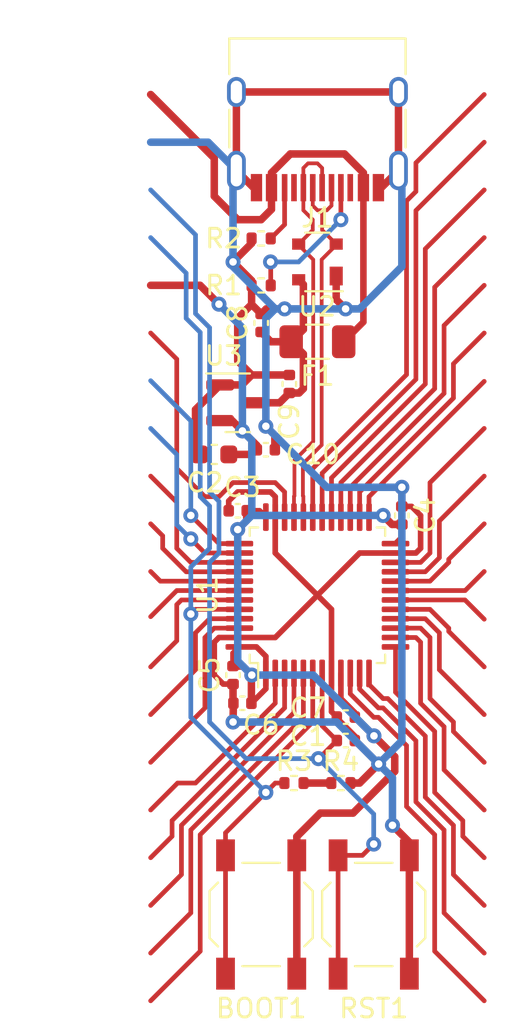
<source format=kicad_pcb>
(kicad_pcb (version 20240108) (generator "pcbnew") (generator_version "8.0")
  (layers (0 "F.Cu" signal) (31 "B.Cu" signal) (34 "B.Paste" user) (35 "F.Paste" user) (36 "B.SilkS" user "B.Silkscreen") (37 "F.SilkS" user "F.Silkscreen") (38 "B.Mask" user) (39 "F.Mask" user) (44 "Edge.Cuts" user))
  (net 0 "")
  (net 1 "+5V")
  (net 2 "GND")
  (net 3 "+3V3")
  (net 4 "NRST")
  (net 5 "VBUS")
  (net 6 "Net-(J1-CC1)")
  (net 8 "Net-(J1-CC2)")
  (net 10 "BOOT0")
  (net 11 "/C13")
  (net 12 "/C14")
  (net 13 "/C15")
  (net 14 "/F0")
  (net 15 "/F1")
  (net 16 "/B1")
  (net 17 "/B2")
  (net 18 "/B10")
  (net 19 "/B11")
  (net 20 "/B12")
  (net 21 "/B13")
  (net 22 "/B14")
  (net 23 "/B15")
  (net 24 "/A8")
  (net 25 "/A15")
  (net 26 "/B4")
  (net 27 "/B5")
  (net 28 "/B6")
  (net 29 "/B7")
  (net 30 "/A2")
  (net 31 "/A3")
  (net 32 "/A4")
  (net 33 "/A5")
  (net 34 "/A6")
  (net 35 "/A7")
  (net 36 "/B0")
  (net 37 "/B3")
  (net 38 "/B8")
  (net 39 "/B9")
  (net 40 "/A1")
  (net 41 "/A9")
  (net 42 "/A10")
  (net 43 "/A13")
  (net 44 "/A14")
  (net 45 "Net-(R3-Pad2)")
  (net 46 "/A0")
  (net 47 "D+")
  (net 48 "D-")
  (footprint "Capacitor_SMD:C_0402_1005Metric" (layer "F.Cu") (at 269.73 129.4 90)
    (property "Reference" "C4" (at 0 1.25 90) (layer "F.SilkS"))
    (property "Value" "100nF")
    (pad "1" smd roundrect (at -0.48 0 90) (size 0.56 0.62) (layers "F.Cu" "F.Paste" "F.Mask") (net 3 "+3V3"))
    (pad "2" smd roundrect (at 0.48 0 90) (size 0.56 0.62) (layers "F.Cu" "F.Paste" "F.Mask") (net 2 "GND"))
  )
  (footprint "Package_QFP:LQFP-48_7x7mm_P0.5mm" (layer "F.Cu") (at 265.23 133.65 90)
    (property "Reference" "U1" (at 0 -5.85 90) (layer "F.SilkS"))
    (property "Value" "STM32F072CBT6")
    (pad "1" smd roundrect (at -4.1625 -2.75 90) (size 1.475 0.3) (layers "F.Cu" "F.Paste" "F.Mask") (net 3 "+3V3"))
    (pad "2" smd roundrect (at -4.1625 -2.25 90) (size 1.475 0.3) (layers "F.Cu" "F.Paste" "F.Mask") (net 11 "/C13"))
    (pad "3" smd roundrect (at -4.1625 -1.75 90) (size 1.475 0.3) (layers "F.Cu" "F.Paste" "F.Mask") (net 12 "/C14"))
    (pad "4" smd roundrect (at -4.1625 -1.25 90) (size 1.475 0.3) (layers "F.Cu" "F.Paste" "F.Mask") (net 13 "/C15"))
    (pad "5" smd roundrect (at -4.1625 -0.75 90) (size 1.475 0.3) (layers "F.Cu" "F.Paste" "F.Mask") (net 14 "/F0"))
    (pad "6" smd roundrect (at -4.1625 -0.25 90) (size 1.475 0.3) (layers "F.Cu" "F.Paste" "F.Mask") (net 15 "/F1"))
    (pad "7" smd roundrect (at -4.1625 0.25 90) (size 1.475 0.3) (layers "F.Cu" "F.Paste" "F.Mask") (net 4 "NRST"))
    (pad "8" smd roundrect (at -4.1625 0.75 90) (size 1.475 0.3) (layers "F.Cu" "F.Paste" "F.Mask") (net 2 "GND"))
    (pad "9" smd roundrect (at -4.1625 1.25 90) (size 1.475 0.3) (layers "F.Cu" "F.Paste" "F.Mask") (net 3 "+3V3"))
    (pad "10" smd roundrect (at -4.1625 1.75 90) (size 1.475 0.3) (layers "F.Cu" "F.Paste" "F.Mask") (net 46 "/A0"))
    (pad "11" smd roundrect (at -4.1625 2.25 90) (size 1.475 0.3) (layers "F.Cu" "F.Paste" "F.Mask") (net 40 "/A1"))
    (pad "12" smd roundrect (at -4.1625 2.75 90) (size 1.475 0.3) (layers "F.Cu" "F.Paste" "F.Mask") (net 30 "/A2"))
    (pad "13" smd roundrect (at -2.75 4.1625 90) (size 0.3 1.475) (layers "F.Cu" "F.Paste" "F.Mask") (net 31 "/A3"))
    (pad "14" smd roundrect (at -2.25 4.1625 90) (size 0.3 1.475) (layers "F.Cu" "F.Paste" "F.Mask") (net 32 "/A4"))
    (pad "15" smd roundrect (at -1.75 4.1625 90) (size 0.3 1.475) (layers "F.Cu" "F.Paste" "F.Mask") (net 33 "/A5"))
    (pad "16" smd roundrect (at -1.25 4.1625 90) (size 0.3 1.475) (layers "F.Cu" "F.Paste" "F.Mask") (net 34 "/A6"))
    (pad "17" smd roundrect (at -0.75 4.1625 90) (size 0.3 1.475) (layers "F.Cu" "F.Paste" "F.Mask") (net 35 "/A7"))
    (pad "18" smd roundrect (at -0.25 4.1625 90) (size 0.3 1.475) (layers "F.Cu" "F.Paste" "F.Mask") (net 36 "/B0"))
    (pad "19" smd roundrect (at 0.25 4.1625 90) (size 0.3 1.475) (layers "F.Cu" "F.Paste" "F.Mask") (net 16 "/B1"))
    (pad "20" smd roundrect (at 0.75 4.1625 90) (size 0.3 1.475) (layers "F.Cu" "F.Paste" "F.Mask") (net 17 "/B2"))
    (pad "21" smd roundrect (at 1.25 4.1625 90) (size 0.3 1.475) (layers "F.Cu" "F.Paste" "F.Mask") (net 18 "/B10"))
    (pad "22" smd roundrect (at 1.75 4.1625 90) (size 0.3 1.475) (layers "F.Cu" "F.Paste" "F.Mask") (net 19 "/B11"))
    (pad "23" smd roundrect (at 2.25 4.1625 90) (size 0.3 1.475) (layers "F.Cu" "F.Paste" "F.Mask") (net 2 "GND"))
    (pad "24" smd roundrect (at 2.75 4.1625 90) (size 0.3 1.475) (layers "F.Cu" "F.Paste" "F.Mask") (net 3 "+3V3"))
    (pad "25" smd roundrect (at 4.1625 2.75 90) (size 1.475 0.3) (layers "F.Cu" "F.Paste" "F.Mask") (net 20 "/B12"))
    (pad "26" smd roundrect (at 4.1625 2.25 90) (size 1.475 0.3) (layers "F.Cu" "F.Paste" "F.Mask") (net 21 "/B13"))
    (pad "27" smd roundrect (at 4.1625 1.75 90) (size 1.475 0.3) (layers "F.Cu" "F.Paste" "F.Mask") (net 22 "/B14"))
    (pad "28" smd roundrect (at 4.1625 1.25 90) (size 1.475 0.3) (layers "F.Cu" "F.Paste" "F.Mask") (net 23 "/B15"))
    (pad "29" smd roundrect (at 4.1625 0.75 90) (size 1.475 0.3) (layers "F.Cu" "F.Paste" "F.Mask") (net 24 "/A8"))
    (pad "30" smd roundrect (at 4.1625 0.25 90) (size 1.475 0.3) (layers "F.Cu" "F.Paste" "F.Mask") (net 41 "/A9"))
    (pad "31" smd roundrect (at 4.1625 -0.25 90) (size 1.475 0.3) (layers "F.Cu" "F.Paste" "F.Mask") (net 42 "/A10"))
    (pad "32" smd roundrect (at 4.1625 -0.75 90) (size 1.475 0.3) (layers "F.Cu" "F.Paste" "F.Mask") (net 48 "D-"))
    (pad "33" smd roundrect (at 4.1625 -1.25 90) (size 1.475 0.3) (layers "F.Cu" "F.Paste" "F.Mask") (net 47 "D+"))
    (pad "34" smd roundrect (at 4.1625 -1.75 90) (size 1.475 0.3) (layers "F.Cu" "F.Paste" "F.Mask") (net 43 "/A13"))
    (pad "35" smd roundrect (at 4.1625 -2.25 90) (size 1.475 0.3) (layers "F.Cu" "F.Paste" "F.Mask") (net 2 "GND"))
    (pad "36" smd roundrect (at 4.1625 -2.75 90) (size 1.475 0.3) (layers "F.Cu" "F.Paste" "F.Mask") (net 3 "+3V3"))
    (pad "37" smd roundrect (at 2.75 -4.1625 90) (size 0.3 1.475) (layers "F.Cu" "F.Paste" "F.Mask") (net 44 "/A14"))
    (pad "38" smd roundrect (at 2.25 -4.1625 90) (size 0.3 1.475) (layers "F.Cu" "F.Paste" "F.Mask") (net 25 "/A15"))
    (pad "39" smd roundrect (at 1.75 -4.1625 90) (size 0.3 1.475) (layers "F.Cu" "F.Paste" "F.Mask") (net 37 "/B3"))
    (pad "40" smd roundrect (at 1.25 -4.1625 90) (size 0.3 1.475) (layers "F.Cu" "F.Paste" "F.Mask") (net 26 "/B4"))
    (pad "41" smd roundrect (at 0.75 -4.1625 90) (size 0.3 1.475) (layers "F.Cu" "F.Paste" "F.Mask") (net 27 "/B5"))
    (pad "42" smd roundrect (at 0.25 -4.1625 90) (size 0.3 1.475) (layers "F.Cu" "F.Paste" "F.Mask") (net 28 "/B6"))
    (pad "43" smd roundrect (at -0.25 -4.1625 90) (size 0.3 1.475) (layers "F.Cu" "F.Paste" "F.Mask") (net 29 "/B7"))
    (pad "44" smd roundrect (at -0.75 -4.1625 90) (size 0.3 1.475) (layers "F.Cu" "F.Paste" "F.Mask") (net 10 "BOOT0"))
    (pad "45" smd roundrect (at -1.25 -4.1625 90) (size 0.3 1.475) (layers "F.Cu" "F.Paste" "F.Mask") (net 38 "/B8"))
    (pad "46" smd roundrect (at -1.75 -4.1625 90) (size 0.3 1.475) (layers "F.Cu" "F.Paste" "F.Mask") (net 39 "/B9"))
    (pad "47" smd roundrect (at -2.25 -4.1625 90) (size 0.3 1.475) (layers "F.Cu" "F.Paste" "F.Mask") (net 2 "GND"))
    (pad "48" smd roundrect (at -2.75 -4.1625 90) (size 0.3 1.475) (layers "F.Cu" "F.Paste" "F.Mask") (net 3 "+3V3"))
  )
  (footprint "Capacitor_SMD:C_0402_1005Metric" (layer "F.Cu") (at 260.98 129.15 180)
    (property "Reference" "C3" (at -0.25 1.25 0) (layer "F.SilkS"))
    (property "Value" "100nF")
    (pad "1" smd roundrect (at -0.48 0 180) (size 0.56 0.62) (layers "F.Cu" "F.Paste" "F.Mask") (net 3 "+3V3"))
    (pad "2" smd roundrect (at 0.48 0 180) (size 0.56 0.62) (layers "F.Cu" "F.Paste" "F.Mask") (net 2 "GND"))
  )
  (footprint "Button_Switch_SMD:SW_SPST_TL3342" (layer "F.Cu") (at 262.23 150.65 -90)
    (property "Reference" "BOOT1" (at 5 0 180) (layer "F.SilkS"))
    (property "Value" "SW_SPST")
    (pad "1" smd rect (at -3.15 -1.9 270) (size 1.7 1) (layers "F.Cu" "F.Paste" "F.Mask") (net 3 "+3V3"))
    (pad "1" smd rect (at 3.15 -1.9 270) (size 1.7 1) (layers "F.Cu" "F.Paste" "F.Mask") (net 3 "+3V3"))
    (pad "2" smd rect (at -3.15 1.9 270) (size 1.7 1) (layers "F.Cu" "F.Paste" "F.Mask") (net 10 "BOOT0"))
    (pad "2" smd rect (at 3.15 1.9 270) (size 1.7 1) (layers "F.Cu" "F.Paste" "F.Mask") (net 10 "BOOT0"))
  )
  (footprint "Package_TO_SOT_SMD:SOT-143" (layer "F.Cu") (at 265.23 115.9 180)
    (property "Reference" "U2" (at 0.02 -2.38 0) (layer "F.SilkS"))
    (property "Value" "PRTR5V0U2X")
    (pad "1" smd rect (at -1 -0.75 180) (size 0.7 1) (layers "F.Cu" "F.Paste" "F.Mask") (net 2 "GND"))
    (pad "2" smd rect (at -1 0.95 180) (size 0.7 0.6) (layers "F.Cu" "F.Paste" "F.Mask") (net 48 "D-"))
    (pad "3" smd rect (at 1 0.95 180) (size 0.7 0.6) (layers "F.Cu" "F.Paste" "F.Mask") (net 47 "D+"))
    (pad "4" smd rect (at 1 -0.95 180) (size 0.7 0.6) (layers "F.Cu" "F.Paste" "F.Mask") (net 1 "+5V"))
  )
  (footprint "Capacitor_SMD:C_0402_1005Metric" (layer "F.Cu") (at 260.73 137.9 -90)
    (property "Reference" "C5" (at 0 1.25 90) (layer "F.SilkS"))
    (property "Value" "100nF")
    (pad "1" smd roundrect (at -0.48 0 270) (size 0.56 0.62) (layers "F.Cu" "F.Paste" "F.Mask") (net 3 "+3V3"))
    (pad "2" smd roundrect (at 0.48 0 270) (size 0.56 0.62) (layers "F.Cu" "F.Paste" "F.Mask") (net 2 "GND"))
  )
  (footprint "Button_Switch_SMD:SW_SPST_TL3342" (layer "F.Cu") (at 268.23 150.65 90)
    (property "Reference" "RST1" (at -5 0 180) (layer "F.SilkS"))
    (property "Value" "SW_SPST")
    (pad "1" smd rect (at -3.15 -1.9 90) (size 1.7 1) (layers "F.Cu" "F.Paste" "F.Mask") (net 4 "NRST"))
    (pad "1" smd rect (at 3.15 -1.9 90) (size 1.7 1) (layers "F.Cu" "F.Paste" "F.Mask") (net 4 "NRST"))
    (pad "2" smd rect (at -3.15 1.9 90) (size 1.7 1) (layers "F.Cu" "F.Paste" "F.Mask") (net 2 "GND"))
    (pad "2" smd rect (at 3.15 1.9 90) (size 1.7 1) (layers "F.Cu" "F.Paste" "F.Mask") (net 2 "GND"))
  )
  (footprint "Package_TO_SOT_SMD:SOT-23" (layer "F.Cu") (at 260.98 123.4)
    (property "Reference" "U3" (at -0.75 -2.5 0) (layer "F.SilkS"))
    (property "Value" "XC6206PxxxMR-Regulator_Linear")
    (pad "1" smd roundrect (at -0.9375 -0.95) (size 1.475 0.6) (layers "F.Cu" "F.Paste" "F.Mask") (net 2 "GND"))
    (pad "2" smd roundrect (at -0.9375 0.95) (size 1.475 0.6) (layers "F.Cu" "F.Paste" "F.Mask") (net 3 "+3V3"))
    (pad "3" smd roundrect (at 0.9375 0) (size 1.475 0.6) (layers "F.Cu" "F.Paste" "F.Mask") (net 1 "+5V"))
  )
  (footprint "Capacitor_SMD:C_0402_1005Metric" (layer "F.Cu") (at 261.23 139.4 180)
    (property "Reference" "C6" (at -1 -1.16 0) (layer "F.SilkS"))
    (property "Value" "100nF")
    (pad "1" smd roundrect (at -0.48 0 180) (size 0.56 0.62) (layers "F.Cu" "F.Paste" "F.Mask") (net 3 "+3V3"))
    (pad "2" smd roundrect (at 0.48 0 180) (size 0.56 0.62) (layers "F.Cu" "F.Paste" "F.Mask") (net 2 "GND"))
  )
  (footprint "Resistor_SMD:R_0402_1005Metric" (layer "F.Cu") (at 262.23 117.15)
    (property "Reference" "R1" (at -2 0 0) (layer "F.SilkS"))
    (property "Value" "5.1k")
    (pad "1" smd roundrect (at -0.51 0) (size 0.54 0.64) (layers "F.Cu" "F.Paste" "F.Mask") (net 2 "GND"))
    (pad "2" smd roundrect (at 0.51 0) (size 0.54 0.64) (layers "F.Cu" "F.Paste" "F.Mask") (net 6 "Net-(J1-CC1)"))
  )
  (footprint "Capacitor_SMD:C_0402_1005Metric" (layer "F.Cu") (at 262.48 125.9)
    (property "Reference" "C10" (at 2.5 0.25 0) (layer "F.SilkS"))
    (property "Value" "1uF")
    (pad "1" smd roundrect (at -0.48 0) (size 0.56 0.62) (layers "F.Cu" "F.Paste" "F.Mask") (net 3 "+3V3"))
    (pad "2" smd roundrect (at 0.48 0) (size 0.56 0.62) (layers "F.Cu" "F.Paste" "F.Mask") (net 2 "GND"))
  )
  (footprint "Fuse:Fuse_1206_3216Metric" (layer "F.Cu") (at 265.23 120.15 180)
    (property "Reference" "F1" (at 0 -1.82 0) (layer "F.SilkS"))
    (property "Value" "500mA")
    (pad "1" smd roundrect (at -1.4 0 180) (size 1.25 1.75) (layers "F.Cu" "F.Paste" "F.Mask") (roundrect_rratio 0.2) (net 5 "VBUS"))
    (pad "2" smd roundrect (at 1.4 0 180) (size 1.25 1.75) (layers "F.Cu" "F.Paste" "F.Mask") (roundrect_rratio 0.2) (net 1 "+5V"))
  )
  (footprint "Capacitor_SMD:C_0402_1005Metric" (layer "F.Cu") (at 263.73 122.4 90)
    (property "Reference" "C9" (at -2 0 90) (layer "F.SilkS"))
    (property "Value" "1uF")
    (pad "1" smd roundrect (at -0.48 0 90) (size 0.56 0.62) (layers "F.Cu" "F.Paste" "F.Mask") (net 1 "+5V"))
    (pad "2" smd roundrect (at 0.48 0 90) (size 0.56 0.62) (layers "F.Cu" "F.Paste" "F.Mask") (net 2 "GND"))
  )
  (footprint "Capacitor_SMD:C_0402_1005Metric" (layer "F.Cu") (at 266.743423 141.386577)
    (property "Reference" "C1" (at -2.013423 -0.236577 0) (layer "F.SilkS"))
    (property "Value" "100nF")
    (pad "1" smd roundrect (at -0.48 0) (size 0.56 0.62) (layers "F.Cu" "F.Paste" "F.Mask") (net 4 "NRST"))
    (pad "2" smd roundrect (at 0.48 0) (size 0.56 0.62) (layers "F.Cu" "F.Paste" "F.Mask") (net 2 "GND"))
  )
  (footprint "Resistor_SMD:R_0402_1005Metric" (layer "F.Cu") (at 266.48 143.65)
    (property "Reference" "R4" (at 0 -1.17 0) (layer "F.SilkS"))
    (property "Value" "5.1k")
    (pad "1" smd roundrect (at -0.51 0) (size 0.54 0.64) (layers "F.Cu" "F.Paste" "F.Mask") (net 45 "Net-(R3-Pad2)"))
    (pad "2" smd roundrect (at 0.51 0) (size 0.54 0.64) (layers "F.Cu" "F.Paste" "F.Mask") (net 2 "GND"))
  )
  (footprint "Capacitor_SMD:C_0402_1005Metric" (layer "F.Cu") (at 266.743423 140.136577 180)
    (property "Reference" "C7" (at 2.013423 0.486577 0) (layer "F.SilkS"))
    (property "Value" "100nF")
    (pad "1" smd roundrect (at -0.48 0 180) (size 0.56 0.62) (layers "F.Cu" "F.Paste" "F.Mask") (net 3 "+3V3"))
    (pad "2" smd roundrect (at 0.48 0 180) (size 0.56 0.62) (layers "F.Cu" "F.Paste" "F.Mask") (net 2 "GND"))
  )
  (footprint "Resistor_SMD:R_0402_1005Metric" (layer "F.Cu") (at 262.23 114.65 180)
    (property "Reference" "R2" (at 2 0 0) (layer "F.SilkS"))
    (property "Value" "5.1k")
    (pad "1" smd roundrect (at -0.51 0 180) (size 0.54 0.64) (layers "F.Cu" "F.Paste" "F.Mask") (net 8 "Net-(J1-CC2)"))
    (pad "2" smd roundrect (at 0.51 0 180) (size 0.54 0.64) (layers "F.Cu" "F.Paste" "F.Mask") (net 2 "GND"))
  )
  (footprint "Connector_USB:USB_C_Receptacle_HRO_TYPE-C-31-M-12" (layer "F.Cu") (at 265.23 107.9 180)
    (property "Reference" "J1" (at 0 -5.645 180) (layer "F.SilkS"))
    (property "Value" "USB_C_Receptacle_USB2.0")
    (pad "" np_thru_hole circle (at -2.89 -2.6 180) (size 0.65 0.65) (drill 0.65) (layers "*.Cu" "*.Mask"))
    (pad "" np_thru_hole circle (at 2.89 -2.6 180) (size 0.65 0.65) (drill 0.65) (layers "*.Cu" "*.Mask"))
    (pad "A1" smd rect (at -3.25 -4.045 180) (size 0.6 1.45) (layers "F.Cu" "F.Paste" "F.Mask") (net 2 "GND"))
    (pad "A4" smd rect (at -2.45 -4.045 180) (size 0.6 1.45) (layers "F.Cu" "F.Paste" "F.Mask") (net 5 "VBUS"))
    (pad "A5" smd rect (at -1.25 -4.045 180) (size 0.3 1.45) (layers "F.Cu" "F.Paste" "F.Mask") (net 6 "Net-(J1-CC1)"))
    (pad "A6" smd rect (at -0.25 -4.045 180) (size 0.3 1.45) (layers "F.Cu" "F.Paste" "F.Mask") (net 47 "D+"))
    (pad "A7" smd rect (at 0.25 -4.045 180) (size 0.3 1.45) (layers "F.Cu" "F.Paste" "F.Mask") (net 48 "D-"))
    (pad "A8" smd rect (at 1.25 -4.045 180) (size 0.3 1.45) (layers "F.Cu" "F.Paste" "F.Mask"))
    (pad "A9" smd rect (at 2.45 -4.045 180) (size 0.6 1.45) (layers "F.Cu" "F.Paste" "F.Mask") (net 5 "VBUS"))
    (pad "A12" smd rect (at 3.25 -4.045 180) (size 0.6 1.45) (layers "F.Cu" "F.Paste" "F.Mask") (net 2 "GND"))
    (pad "B1" smd rect (at 3.25 -4.045 180) (size 0.6 1.45) (layers "F.Cu" "F.Paste" "F.Mask") (net 2 "GND"))
    (pad "B4" smd rect (at 2.45 -4.045 180) (size 0.6 1.45) (layers "F.Cu" "F.Paste" "F.Mask") (net 5 "VBUS"))
    (pad "B5" smd rect (at 1.75 -4.045 180) (size 0.3 1.45) (layers "F.Cu" "F.Paste" "F.Mask") (net 8 "Net-(J1-CC2)"))
    (pad "B6" smd rect (at 0.75 -4.045 180) (size 0.3 1.45) (layers "F.Cu" "F.Paste" "F.Mask") (net 47 "D+"))
    (pad "B7" smd rect (at -0.75 -4.045 180) (size 0.3 1.45) (layers "F.Cu" "F.Paste" "F.Mask") (net 48 "D-"))
    (pad "B8" smd rect (at -1.75 -4.045 180) (size 0.3 1.45) (layers "F.Cu" "F.Paste" "F.Mask"))
    (pad "B9" smd rect (at -2.45 -4.045 180) (size 0.6 1.45) (layers "F.Cu" "F.Paste" "F.Mask") (net 5 "VBUS"))
    (pad "B12" smd rect (at -3.25 -4.045 180) (size 0.6 1.45) (layers "F.Cu" "F.Paste" "F.Mask") (net 2 "GND"))
    (pad "S1" thru_hole oval (at -4.32 -3.13 180) (size 1 2.1) (drill oval 0.6 1.7) (layers "*.Cu" "*.Mask") (net 2 "GND"))
    (pad "S1" thru_hole oval (at -4.32 1.05 180) (size 1 1.6) (drill oval 0.6 1.2) (layers "*.Cu" "*.Mask") (net 2 "GND"))
    (pad "S1" thru_hole oval (at 4.32 -3.13 180) (size 1 2.1) (drill oval 0.6 1.7) (layers "*.Cu" "*.Mask") (net 2 "GND"))
    (pad "S1" thru_hole oval (at 4.32 1.05 180) (size 1 1.6) (drill oval 0.6 1.2) (layers "*.Cu" "*.Mask") (net 2 "GND"))
  )
  (footprint "Resistor_SMD:R_0402_1005Metric" (layer "F.Cu") (at 263.98 143.65)
    (property "Reference" "R3" (at 0 -1.17 0) (layer "F.SilkS"))
    (property "Value" "5.1k")
    (pad "1" smd roundrect (at -0.51 0) (size 0.54 0.64) (layers "F.Cu" "F.Paste" "F.Mask") (net 10 "BOOT0"))
    (pad "2" smd roundrect (at 0.51 0) (size 0.54 0.64) (layers "F.Cu" "F.Paste" "F.Mask") (net 45 "Net-(R3-Pad2)"))
  )
  (footprint "Capacitor_SMD:C_0603_1608Metric" (layer "F.Cu") (at 259.73 126.15 180)
    (property "Reference" "C2" (at 0.5 -1.5 0) (layer "F.SilkS"))
    (property "Value" "10uF")
    (pad "1" smd roundrect (at -0.775 0 180) (size 0.9 0.95) (layers "F.Cu" "F.Paste" "F.Mask") (net 3 "+3V3"))
    (pad "2" smd roundrect (at 0.775 0 180) (size 0.9 0.95) (layers "F.Cu" "F.Paste" "F.Mask") (net 2 "GND"))
  )
  (footprint "Capacitor_SMD:C_0402_1005Metric" (layer "F.Cu") (at 262.23 119.15 90)
    (property "Reference" "C8" (at 0 -1.25 -90) (layer "F.SilkS"))
    (property "Value" "100nF")
    (pad "1" smd roundrect (at -0.48 0 90) (size 0.56 0.62) (layers "F.Cu" "F.Paste" "F.Mask") (net 1 "+5V"))
    (pad "2" smd roundrect (at 0.48 0 90) (size 0.56 0.62) (layers "F.Cu" "F.Paste" "F.Mask") (net 2 "GND"))
  )
  (segment (start 264.48 122.65) (end 264.48 120.8) (width 0.4) (layer "F.Cu") (net 1))
  (segment (start 264.48 117.1) (end 264.23 116.85) (width 0.4) (layer "F.Cu") (net 1))
  (segment (start 262.75 120.15) (end 262.23 119.63) (width 0.4) (layer "F.Cu") (net 1))
  (segment (start 261.9175 123.4) (end 263.21 123.4) (width 0.4) (layer "F.Cu") (net 1))
  (segment (start 264.48 119.5) (end 264.48 117.1) (width 0.4) (layer "F.Cu") (net 1))
  (segment (start 263.83 120.15) (end 264.48 119.5) (width 0.4) (layer "F.Cu") (net 1))
  (segment (start 263.21 123.4) (end 263.73 122.88) (width 0.4) (layer "F.Cu") (net 1))
  (segment (start 264.48 120.8) (end 263.83 120.15) (width 0.4) (layer "F.Cu") (net 1))
  (segment (start 263.83 120.15) (end 262.75 120.15) (width 0.4) (layer "F.Cu") (net 1))
  (segment (start 263.73 122.88) (end 264.25 122.88) (width 0.4) (layer "F.Cu") (net 1))
  (segment (start 264.25 122.88) (end 264.48 122.65) (width 0.4) (layer "F.Cu") (net 1))
  (segment (start 260.91 111.03) (end 260.91 106.85) (width 0.4) (layer "F.Cu") (net 2))
  (segment (start 270.73 129.4) (end 270.25 128.92) (width 0.3) (layer "F.Cu") (net 2))
  (segment (start 260.5 128.63) (end 260.5 129.15) (width 0.3) (layer "F.Cu") (net 2))
  (segment (start 266.263423 140.254133) (end 266.263423 140.136577) (width 0.4) (layer "F.Cu") (net 2))
  (segment (start 265.98 137.8125) (end 265.98 139.853154) (width 0.3) (layer "F.Cu") (net 2))
  (segment (start 258.73 123.7625) (end 260.0425 122.45) (width 0.4) (layer "F.Cu") (net 2))
  (segment (start 260.75 139.4) (end 260.73 140.4) (width 0.4) (layer "F.Cu") (net 2))
  (segment (start 260.0425 122.45) (end 261.2 122.45) (width 0.4) (layer "F.Cu") (net 2))
  (segment (start 265.98 137.8125) (end 265.98 134.4) (width 0.3) (layer "F.Cu") (net 2))
  (segment (start 269.55 106.85) (end 269.55 111.03) (width 0.4) (layer "F.Cu") (net 2))
  (segment (start 265.98 134.4) (end 265.23 133.65) (width 0.3) (layer "F.Cu") (net 2))
  (segment (start 262.98 129.4875) (end 262.98 131.4) (width 0.3) (layer "F.Cu") (net 2))
  (segment (start 261.72 116.89) (end 261.72 117.15) (width 0.4) (layer "F.Cu") (net 2))
  (segment (start 269.3925 131.4) (end 267.48 131.4) (width 0.3) (layer "F.Cu") (net 2))
  (segment (start 260.73 115.9) (end 261.72 114.91) (width 0.4) (layer "F.Cu") (net 2))
  (segment (start 262.48 124.65) (end 262.96 125.13) (width 0.4) (layer "F.Cu") (net 2))
  (segment (start 261.0675 135.9) (end 259.98 135.9) (width 0.3) (layer "F.Cu") (net 2))
  (segment (start 269.23 145.9) (end 270.13 146.8) (width 0.4) (layer "F.Cu") (net 2))
  (segment (start 261.2 122.45) (end 261.73 121.92) (width 0.4) (layer "F.Cu") (net 2))
  (segment (start 260.73 138.38) (end 260.73 139.38) (width 0.4) (layer "F.Cu") (net 2))
  (segment (start 266.73 118.4) (end 266.23 117.9) (width 0.4) (layer "F.Cu") (net 2))
  (segment (start 269.73 128.92) (end 269.73 127.9) (width 0.4) (layer "F.Cu") (net 2))
  (segment (start 259.73 136.15) (end 259.73 137.9) (width 0.3) (layer "F.Cu") (net 2))
  (segment (start 258.73 125.925) (end 258.73 123.7625) (width 0.4) (layer "F.Cu") (net 2))
  (segment (start 265.23 133.65) (end 262.98 135.9) (width 0.3) (layer "F.Cu") (net 2))
  (segment (start 260.21 138.38) (end 260.73 138.38) (width 0.3) (layer "F.Cu") (net 2))
  (segment (start 265.98 139.853154) (end 266.263423 140.136577) (width 0.3) (layer "F.Cu") (net 2))
  (segment (start 270.13 146.8) (end 270.13 147.5) (width 0.4) (layer "F.Cu") (net 2))
  (segment (start 261.98 111.945) (end 261.825 111.945) (width 0.4) (layer "F.Cu") (net 2))
  (segment (start 267.223423 141.386577) (end 267.223423 141.214133) (width 0.4) (layer "F.Cu") (net 2))
  (segment (start 270.13 147.5) (end 270.13 153.8) (width 0.4) (layer "F.Cu") (net 2))
  (segment (start 260.91 106.85) (end 269.55 106.85) (width 0.4) (layer "F.Cu") (net 2))
  (segment (start 262.98 131.4) (end 265.23 133.65) (width 0.3) (layer "F.Cu") (net 2))
  (segment (start 261.825 111.945) (end 260.91 111.03) (width 0.4) (layer "F.Cu") (net 2))
  (segment (start 263.48 118.4) (end 262.5 118.4) (width 0.4) (layer "F.Cu") (net 2))
  (segment (start 270.25 128.92) (end 269.73 128.92) (width 0.3) (layer "F.Cu") (net 2))
  (segment (start 267.243423 141.386577) (end 268.493423 142.636577) (width 0.4) (layer "F.Cu") (net 2))
  (segment (start 266.23 117.9) (end 266.23 116.65) (width 0.4) (layer "F.Cu") (net 2))
  (segment (start 267.48 131.4) (end 265.23 133.65) (width 0.3) (layer "F.Cu") (net 2))
  (segment (start 266.99 143.65) (end 267.48 143.65) (width 0.4) (layer "F.Cu") (net 2))
  (segment (start 270.73 131.15) (end 270.73 129.4) (width 0.3) (layer "F.Cu") (net 2))
  (segment (start 261.72 118.16) (end 260.98 118.9) (width 0.4) (layer "F.Cu") (net 2))
  (segment (start 260.98 121.17) (end 261.73 121.92) (width 0.4) (layer "F.Cu") (net 2))
  (segment (start 262.5 118.4) (end 262.23 118.67) (width 0.4) (layer "F.Cu") (net 2))
  (segment (start 261.72 118.16) (end 261.72 117.15) (width 0.4) (layer "F.Cu") (net 2))
  (segment (start 261.72 114.91) (end 261.72 114.65) (width 0.4) (layer "F.Cu") (net 2))
  (segment (start 269.55 111.03) (end 268.635 111.945) (width 0.4) (layer "F.Cu") (net 2))
  (segment (start 259.73 137.9) (end 260.21 138.38) (width 0.3) (layer "F.Cu") (net 2))
  (segment (start 268.635 111.945) (end 268.48 111.945) (width 0.4) (layer "F.Cu") (net 2))
  (segment (start 263.73 121.92) (end 261.73 121.92) (width 0.4) (layer "F.Cu") (net 2))
  (segment (start 259.98 135.9) (end 259.73 136.15) (width 0.3) (layer "F.Cu") (net 2))
  (segment (start 262.73 128.15) (end 260.98 128.15) (width 0.3) (layer "F.Cu") (net 2))
  (segment (start 269.3925 131.4) (end 270.48 131.4) (width 0.3) (layer "F.Cu") (net 2))
  (segment (start 262.98 128.4) (end 262.73 128.15) (width 0.3) (layer "F.Cu") (net 2))
  (segment (start 260.98 118.9) (end 260.98 121.17) (width 0.4) (layer "F.Cu") (net 2))
  (segment (start 267.48 143.65) (end 268.493423 142.636577) (width 0.4) (layer "F.Cu") (net 2))
  (segment (start 260.73 115.9) (end 261.72 116.89) (width 0.4) (layer "F.Cu") (net 2))
  (segment (start 270.48 131.4) (end 270.73 131.15) (width 0.3) (layer "F.Cu") (net 2))
  (segment (start 262.98 135.9) (end 261.0675 135.9) (width 0.3) (layer "F.Cu") (net 2))
  (segment (start 262.96 125.13) (end 262.96 125.9) (width 0.4) (layer "F.Cu") (net 2))
  (segment (start 260.98 128.15) (end 260.5 128.63) (width 0.3) (layer "F.Cu") (net 2))
  (segment (start 262.98 129.4875) (end 262.98 128.4) (width 0.3) (layer "F.Cu") (net 2))
  (segment (start 267.223423 141.214133) (end 266.263423 140.254133) (width 0.4) (layer "F.Cu") (net 2))
  (segment (start 262.23 118.67) (end 261.72 118.16) (width 0.4) (layer "F.Cu") (net 2))
  (via (at 268.493423 142.636577) (size 0.8) (drill 0.4) (layers "F.Cu" "B.Cu") (net 2))
  (via (at 262.48 124.65) (size 0.8) (drill 0.4) (layers "F.Cu" "B.Cu") (net 2))
  (via (at 263.48 118.4) (size 0.8) (drill 0.4) (layers "F.Cu" "B.Cu") (net 2))
  (via (at 260.73 115.9) (size 0.8) (drill 0.4) (layers "F.Cu" "B.Cu") (net 2))
  (via (at 260.73 140.4) (size 0.8) (drill 0.4) (layers "F.Cu" "B.Cu") (net 2))
  (via (at 269.73 127.9) (size 0.8) (drill 0.4) (layers "F.Cu" "B.Cu") (net 2))
  (via (at 266.73 118.4) (size 0.8) (drill 0.4) (layers "F.Cu" "B.Cu") (net 2))
  (via (at 269.23 145.9) (size 0.8) (drill 0.4) (layers "F.Cu" "B.Cu") (net 2))
  (segment (start 256.34 109.525) (end 259.405 109.525) (width 0.4) (layer "B.Cu") (net 2))
  (segment (start 259.405 109.525) (end 260.91 111.03) (width 0.4) (layer "B.Cu") (net 2))
  (segment (start 268.493423 142.636577) (end 269.23 143.373154) (width 0.4) (layer "B.Cu") (net 2))
  (segment (start 262.48 118.9) (end 262.98 118.4) (width 0.4) (layer "B.Cu") (net 2))
  (segment (start 269.23 143.373154) (end 269.23 145.9) (width 0.4) (layer "B.Cu") (net 2))
  (segment (start 269.73 127.9) (end 269.73 141.4) (width 0.4) (layer "B.Cu") (net 2))
  (segment (start 263.48 118.4) (end 262.98 118.4) (width 0.4) (layer "B.Cu") (net 2))
  (segment (start 260.73 116.15) (end 262.98 118.4) (width 0.4) (layer "B.Cu") (net 2))
  (segment (start 269.73 127.9) (end 265.73 127.9) (width 0.4) (layer "B.Cu") (net 2))
  (segment (start 260.73 115.9) (end 260.73 116.15) (width 0.4) (layer "B.Cu") (net 2))
  (segment (start 266.256846 140.4) (end 268.493423 142.636577) (width 0.4) (layer "B.Cu") (net 2))
  (segment (start 269.73 111.21) (end 269.73 116.15) (width 0.4) (layer "B.Cu") (net 2))
  (segment (start 262.48 124.65) (end 262.48 118.9) (width 0.4) (layer "B.Cu") (net 2))
  (segment (start 269.73 116.15) (end 267.48 118.4) (width 0.4) (layer "B.Cu") (net 2))
  (segment (start 260.73 140.4) (end 266.256846 140.4) (width 0.4) (layer "B.Cu") (net 2))
  (segment (start 267.48 118.4) (end 266.73 118.4) (width 0.4) (layer "B.Cu") (net 2))
  (segment (start 269.73 141.4) (end 268.493423 142.636577) (width 0.4) (layer "B.Cu") (net 2))
  (segment (start 260.73 115.9) (end 260.73 111.21) (width 0.4) (layer "B.Cu") (net 2))
  (segment (start 266.73 118.4) (end 263.48 118.4) (width 0.4) (layer "B.Cu") (net 2))
  (segment (start 265.73 127.9) (end 262.48 124.65) (width 0.4) (layer "B.Cu") (net 2))
  (segment (start 262.48 129.4875) (end 262.1425 129.15) (width 0.3) (layer "F.Cu") (net 3))
  (segment (start 261.71 137.92) (end 261.71 139.4) (width 0.4) (layer "F.Cu") (net 3))
  (segment (start 267.243423 140.136577) (end 268.243423 141.136577) (width 0.4) (layer "F.Cu") (net 3))
  (segment (start 260.98 130.15) (end 261.46 129.67) (width 0.4) (layer "F.Cu") (net 3))
  (segment (start 269.350923 142.244077) (end 268.243423 141.136577) (width 0.4) (layer "F.Cu") (net 3))
  (segment (start 258.975 117.145) (end 256.34 117.145) (width 0.4) (layer "F.Cu") (net 3))
  (segment (start 260.0425 124.35) (end 260.68 124.35) (width 0.4) (layer "F.Cu") (net 3))
  (segment (start 261.71 139.4) (end 262.48 138.63) (width 0.3) (layer "F.Cu") (net 3))
  (segment (start 261.25 137.42) (end 260.73 137.42) (width 0.4) (layer "F.Cu") (net 3))
  (segment (start 269.73 129.88) (end 269.21 129.88) (width 0.4) (layer "F.Cu") (net 3))
  (segment (start 262.48 138.63) (end 262.48 137.8125) (width 0.3) (layer "F.Cu") (net 3))
  (segment (start 261.46 129.67) (end 261.46 129.15) (width 0.4) (layer "F.Cu") (net 3))
  (segment (start 262.1425 129.15) (end 261.46 129.15) (width 0.3) (layer "F.Cu") (net 3))
  (segment (start 264.13 147.5) (end 264.13 146.5) (width 0.4) (layer "F.Cu") (net 3))
  (segment (start 264.13 147.5) (end 264.13 153.8) (width 0.4) (layer "F.Cu") (net 3))
  (segment (start 262 125.67) (end 262 125.9) (width 0.4) (layer "F.Cu") (net 3))
  (segment (start 260.68 124.35) (end 262 125.67) (width 0.4) (layer "F.Cu") (net 3))
  (segment (start 261.0675 136.4) (end 261.98 136.4) (width 0.3) (layer "F.Cu") (net 3))
  (segment (start 261.75 126.15) (end 260.505 126.15) (width 0.4) (layer "F.Cu") (net 3))
  (segment (start 266.48 139.15) (end 267.223423 139.893423) (width 0.3) (layer "F.Cu") (net 3))
  (segment (start 261.98 136.4) (end 262.48 136.9) (width 0.3) (layer "F.Cu") (net 3))
  (segment (start 264.13 146.5) (end 265.38 145.25) (width 0.4) (layer "F.Cu") (net 3))
  (segment (start 261.73 137.9) (end 261.25 137.42) (width 0.4) (layer "F.Cu") (net 3))
  (segment (start 266.48 137.8125) (end 266.48 139.15) (width 0.3) (layer "F.Cu") (net 3))
  (segment (start 265.38 145.25) (end 267.13 145.25) (width 0.4) (layer "F.Cu") (net 3))
  (segment (start 262.48 136.9) (end 262.48 137.8125) (width 0.3) (layer "F.Cu") (net 3))
  (segment (start 269.350923 143.029077) (end 269.350923 142.244077) (width 0.4) (layer "F.Cu") (net 3))
  (segment (start 267.223423 139.893423) (end 267.223423 140.136577) (width 0.3) (layer "F.Cu") (net 3))
  (segment (start 260.68 124.35) (end 261.23 124.9) (width 0.4) (layer "F.Cu") (net 3))
  (segment (start 261.73 137.9) (end 261.71 137.92) (width 0.4) (layer "F.Cu") (net 3))
  (segment (start 259.98 118.15) (end 258.975 117.145) (width 0.4) (layer "F.Cu") (net 3))
  (segment (start 267.13 145.25) (end 269.350923 143.029077) (width 0.4) (layer "F.Cu") (net 3))
  (segment (start 269.73 130.5625) (end 269.73 129.88) (width 0.3) (layer "F.Cu") (net 3))
  (segment (start 269.21 129.88) (end 268.73 129.4) (width 0.4) (layer "F.Cu") (net 3))
  (segment (start 269.3925 130.9) (end 269.73 130.5625) (width 0.3) (layer "F.Cu") (net 3))
  (segment (start 260.73 136.7375) (end 261.0675 136.4) (width 0.3) (layer "F.Cu") (net 3))
  (segment (start 260.73 137.42) (end 260.73 136.7375) (width 0.3) (layer "F.Cu") (net 3))
  (via (at 268.243423 141.136577) (size 0.8) (drill 0.4) (layers "F.Cu" "B.Cu") (net 3))
  (via (at 260.98 130.15) (size 0.8) (drill 0.4) (layers "F.Cu" "B.Cu") (net 3))
  (via (at 268.73 129.4) (size 0.8) (drill 0.4) (layers "F.Cu" "B.Cu") (net 3))
  (via (at 261.73 137.9) (size 0.8) (drill 0.4) (layers "F.Cu" "B.Cu") (net 3))
  (via (at 261.23 124.9) (size 0.8) (drill 0.4) (layers "F.Cu" "B.Cu") (net 3))
  (via (at 259.98 118.15) (size 0.8) (drill 0.4) (layers "F.Cu" "B.Cu") (net 3))
  (segment (start 260.98 130.15) (end 260.98 137.15) (width 0.4) (layer "B.Cu") (net 3))
  (segment (start 260.98 130.15) (end 261.73 129.4) (width 0.4) (layer "B.Cu") (net 3))
  (segment (start 260.98 137.15) (end 261.73 137.9) (width 0.4) (layer "B.Cu") (net 3))
  (segment (start 261.73 129.4) (end 262.48 129.4) (width 0.4) (layer "B.Cu") (net 3))
  (segment (start 268.243423 141.136577) (end 265.006846 137.9) (width 0.4) (layer "B.Cu") (net 3))
  (segment (start 261.23 119.4) (end 261.23 124.9) (width 0.4) (layer "B.Cu") (net 3))
  (segment (start 261.73 125.4) (end 261.73 129.4) (width 0.4) (layer "B.Cu") (net 3))
  (segment (start 265.006846 137.9) (end 261.73 137.9) (width 0.4) (layer "B.Cu") (net 3))
  (segment (start 261.23 124.9) (end 261.73 125.4) (width 0.4) (layer "B.Cu") (net 3))
  (segment (start 259.98 118.15) (end 261.23 119.4) (width 0.4) (layer "B.Cu") (net 3))
  (segment (start 268.73 129.4) (end 262.48 129.4) (width 0.4) (layer "B.Cu") (net 3))
  (segment (start 266.33 147.5) (end 266.33 153.8) (width 0.25) (layer "F.Cu") (net 4))
  (segment (start 266.33 147.5) (end 267.63 147.5) (width 0.25) (layer "F.Cu") (net 4))
  (segment (start 265.48 140.603154) (end 266.263423 141.386577) (width 0.25) (layer "F.Cu") (net 4))
  (segment (start 267.63 147.5) (end 268.23 146.9) (width 0.25) (layer "F.Cu") (net 4))
  (segment (start 265.48 137.8125) (end 265.48 140.603154) (width 0.25) (layer "F.Cu") (net 4))
  (segment (start 266.263423 141.386577) (end 265.3 142.35) (width 0.25) (layer "F.Cu") (net 4))
  (segment (start 265.3 142.35) (end 265.28 142.35) (width 0.25) (layer "F.Cu") (net 4))
  (via (at 268.23 146.9) (size 0.8) (drill 0.4) (layers "F.Cu" "B.Cu") (net 4))
  (via (at 265.28 142.35) (size 0.8) (drill 0.4) (layers "F.Cu" "B.Cu") (net 4))
  (segment (start 259.48 140.4) (end 259.48 131.9) (width 0.25) (layer "B.Cu") (net 4))
  (segment (start 268.23 145.3) (end 265.28 142.35) (width 0.25) (layer "B.Cu") (net 4))
  (segment (start 259.98 128.65) (end 259.48 128.15) (width 0.25) (layer "B.Cu") (net 4))
  (segment (start 259.98 131.4) (end 259.98 128.65) (width 0.25) (layer "B.Cu") (net 4))
  (segment (start 259.48 128.15) (end 259.48 119.4) (width 0.25) (layer "B.Cu") (net 4))
  (segment (start 259.48 131.9) (end 259.98 131.4) (width 0.25) (layer "B.Cu") (net 4))
  (segment (start 258.73 114.455) (end 256.34 112.065) (width 0.25) (layer "B.Cu") (net 4))
  (segment (start 259.48 119.4) (end 258.73 118.65) (width 0.25) (layer "B.Cu") (net 4))
  (segment (start 258.73 118.65) (end 258.73 114.455) (width 0.25) (layer "B.Cu") (net 4))
  (segment (start 268.23 146.9) (end 268.23 145.3) (width 0.25) (layer "B.Cu") (net 4))
  (segment (start 261.43 142.35) (end 259.48 140.4) (width 0.25) (layer "B.Cu") (net 4))
  (segment (start 265.28 142.35) (end 261.43 142.35) (width 0.25) (layer "B.Cu") (net 4))
  (segment (start 260.98 113.65) (end 259.73 112.4) (width 0.4) (layer "F.Cu") (net 5))
  (segment (start 259.73 112.4) (end 259.73 110.375) (width 0.4) (layer "F.Cu") (net 5))
  (segment (start 263.781833 110.15) (end 266.673984 110.15) (width 0.4) (layer "F.Cu") (net 5))
  (segment (start 267.68 119.1) (end 266.63 120.15) (width 0.35) (layer "F.Cu") (net 5))
  (segment (start 259.73 110.375) (end 256.34 106.985) (width 0.4) (layer "F.Cu") (net 5))
  (segment (start 262.78 111.945) (end 262.78 111.156016) (width 0.4) (layer "F.Cu") (net 5))
  (segment (start 263.781833 110.154183) (end 263.781833 110.15) (width 0.4) (layer "F.Cu") (net 5))
  (segment (start 267.68 111.945) (end 267.68 119.1) (width 0.35) (layer "F.Cu") (net 5))
  (segment (start 262.78 113.1) (end 262.23 113.65) (width 0.4) (layer "F.Cu") (net 5))
  (segment (start 262.78 111.156016) (end 263.781833 110.154183) (width 0.4) (layer "F.Cu") (net 5))
  (segment (start 267.68 111.156016) (end 267.68 111.945) (width 0.4) (layer "F.Cu") (net 5))
  (segment (start 262.78 111.945) (end 262.78 113.1) (width 0.4) (layer "F.Cu") (net 5))
  (segment (start 262.23 113.65) (end 260.98 113.65) (width 0.4) (layer "F.Cu") (net 5))
  (segment (start 266.673984 110.15) (end 267.68 111.156016) (width 0.4) (layer "F.Cu") (net 5))
  (segment (start 262.74 117.15) (end 262.74 115.91) (width 0.25) (layer "F.Cu") (net 6))
  (segment (start 262.74 115.91) (end 262.73 115.9) (width 0.25) (layer "F.Cu") (net 6))
  (segment (start 266.48 113.65) (end 266.48 111.945) (width 0.25) (layer "F.Cu") (net 6))
  (via (at 262.73 115.9) (size 0.8) (drill 0.4) (layers "F.Cu" "B.Cu") (net 6))
  (via (at 266.48 113.65) (size 0.8) (drill 0.4) (layers "F.Cu" "B.Cu") (net 6))
  (segment (start 262.73 115.9) (end 264.23 115.9) (width 0.25) (layer "B.Cu") (net 6))
  (segment (start 264.23 115.9) (end 266.48 113.65) (width 0.25) (layer "B.Cu") (net 6))
  (segment (start 263.48 111.945) (end 263.48 113.91) (width 0.25) (layer "F.Cu") (net 8))
  (segment (start 263.48 113.91) (end 262.74 114.65) (width 0.25) (layer "F.Cu") (net 8))
  (segment (start 261.0675 134.4) (end 258.73 134.4) (width 0.25) (layer "F.Cu") (net 10))
  (segment (start 260.33 146.3) (end 262.48 144.15) (width 0.25) (layer "F.Cu") (net 10))
  (segment (start 260.33 147.5) (end 260.33 153.8) (width 0.25) (layer "F.Cu") (net 10))
  (segment (start 260.33 147.5) (end 260.33 146.3) (width 0.25) (layer "F.Cu") (net 10))
  (segment (start 262.48 144.15) (end 262.98 143.65) (width 0.25) (layer "F.Cu") (net 10))
  (segment (start 262.98 143.65) (end 263.47 143.65) (width 0.25) (layer "F.Cu") (net 10))
  (segment (start 258.73 134.4) (end 258.48 134.65) (width 0.25) (layer "F.Cu") (net 10))
  (via (at 258.48 134.65) (size 0.8) (drill 0.4) (layers "F.Cu" "B.Cu") (net 10))
  (via (at 262.48 144.15) (size 0.8) (drill 0.4) (layers "F.Cu" "B.Cu") (net 10))
  (segment (start 258.48 134.65) (end 258.48 132.15) (width 0.25) (layer "B.Cu") (net 10))
  (segment (start 259.48 131.15) (end 259.48 128.9) (width 0.25) (layer "B.Cu") (net 10))
  (segment (start 258.23 116.495) (end 256.34 114.605) (width 0.25) (layer "B.Cu") (net 10))
  (segment (start 258.23 118.9) (end 258.23 116.495) (width 0.25) (layer "B.Cu") (net 10))
  (segment (start 258.98 128.4) (end 258.98 119.65) (width 0.25) (layer "B.Cu") (net 10))
  (segment (start 258.98 119.65) (end 258.23 118.9) (width 0.25) (layer "B.Cu") (net 10))
  (segment (start 258.48 140.15) (end 262.48 144.15) (width 0.25) (layer "B.Cu") (net 10))
  (segment (start 258.48 134.65) (end 258.48 140.15) (width 0.25) (layer "B.Cu") (net 10))
  (segment (start 259.48 128.9) (end 258.98 128.4) (width 0.25) (layer "B.Cu") (net 10))
  (segment (start 258.48 132.15) (end 259.48 131.15) (width 0.25) (layer "B.Cu") (net 10))
  (segment (start 257.775 143.65) (end 258.73 143.65) (width 0.25) (layer "F.Cu") (net 11))
  (segment (start 256.34 145.085) (end 257.775 143.65) (width 0.25) (layer "F.Cu") (net 11))
  (segment (start 258.73 143.65) (end 262.98 139.4) (width 0.25) (layer "F.Cu") (net 11))
  (segment (start 262.98 139.4) (end 262.98 137.8125) (width 0.25) (layer "F.Cu") (net 11))
  (segment (start 256.34 147.625) (end 257.48 146.485) (width 0.25) (layer "F.Cu") (net 12))
  (segment (start 257.48 146.485) (end 257.48 145.65) (width 0.25) (layer "F.Cu") (net 12))
  (segment (start 257.48 145.65) (end 263.48 139.65) (width 0.25) (layer "F.Cu") (net 12))
  (segment (start 263.48 139.65) (end 263.48 137.8125) (width 0.25) (layer "F.Cu") (net 12))
  (segment (start 263.98 137.8125) (end 263.98 139.9) (width 0.25) (layer "F.Cu") (net 13))
  (segment (start 257.98 145.9) (end 257.98 148.525) (width 0.25) (layer "F.Cu") (net 13))
  (segment (start 263.98 139.9) (end 257.98 145.9) (width 0.25) (layer "F.Cu") (net 13))
  (segment (start 257.98 148.525) (end 256.34 150.165) (width 0.25) (layer "F.Cu") (net 13))
  (segment (start 264.48 140.15) (end 264.48 137.8125) (width 0.25) (layer "F.Cu") (net 14))
  (segment (start 256.34 152.705) (end 258.48 150.565) (width 0.25) (layer "F.Cu") (net 14))
  (segment (start 258.48 146.15) (end 264.48 140.15) (width 0.25) (layer "F.Cu") (net 14))
  (segment (start 258.48 150.565) (end 258.48 146.15) (width 0.25) (layer "F.Cu") (net 14))
  (segment (start 264.98 137.8125) (end 264.98 140.4) (width 0.25) (layer "F.Cu") (net 15))
  (segment (start 264.98 140.4) (end 258.98 146.4) (width 0.25) (layer "F.Cu") (net 15))
  (segment (start 258.98 146.4) (end 258.98 152.605) (width 0.25) (layer "F.Cu") (net 15))
  (segment (start 258.98 152.605) (end 256.34 155.245) (width 0.25) (layer "F.Cu") (net 15))
  (segment (start 269.3925 133.4) (end 273.105 133.4) (width 0.25) (layer "F.Cu") (net 16))
  (segment (start 273.105 133.4) (end 274.12 132.385) (width 0.25) (layer "F.Cu") (net 16))
  (segment (start 269.3925 132.9) (end 271.23 132.9) (width 0.25) (layer "F.Cu") (net 17))
  (segment (start 272.23 131.735) (end 272.23 131.9) (width 0.25) (layer "F.Cu") (net 17))
  (segment (start 271.23 132.9) (end 272.23 131.9) (width 0.25) (layer "F.Cu") (net 17))
  (segment (start 274.12 129.845) (end 272.23 131.735) (width 0.25) (layer "F.Cu") (net 17))
  (segment (start 269.3925 132.4) (end 270.98 132.4) (width 0.25) (layer "F.Cu") (net 18))
  (segment (start 270.98 132.4) (end 271.73 131.65) (width 0.25) (layer "F.Cu") (net 18))
  (segment (start 271.73 129.695) (end 274.12 127.305) (width 0.25) (layer "F.Cu") (net 18))
  (segment (start 271.73 131.65) (end 271.73 129.695) (width 0.25) (layer "F.Cu") (net 18))
  (segment (start 269.3925 131.9) (end 270.73 131.9) (width 0.25) (layer "F.Cu") (net 19))
  (segment (start 271.23 127.655) (end 274.12 124.765) (width 0.25) (layer "F.Cu") (net 19))
  (segment (start 271.23 131.4) (end 271.23 127.655) (width 0.25) (layer "F.Cu") (net 19))
  (segment (start 270.73 131.9) (end 271.23 131.4) (width 0.25) (layer "F.Cu") (net 19))
  (segment (start 267.98 128.4) (end 274.12 122.26) (width 0.25) (layer "F.Cu") (net 20))
  (segment (start 267.98 129.4875) (end 267.98 128.4) (width 0.25) (layer "F.Cu") (net 20))
  (segment (start 272.48 123.15) (end 272.48 121.325) (width 0.25) (layer "F.Cu") (net 21))
  (segment (start 267.48 129.4875) (end 267.48 128.15) (width 0.25) (layer "F.Cu") (net 21))
  (segment (start 272.48 121.325) (end 274.12 119.685) (width 0.25) (layer "F.Cu") (net 21))
  (segment (start 267.48 128.15) (end 272.48 123.15) (width 0.25) (layer "F.Cu") (net 21))
  (segment (start 266.98 129.4875) (end 266.98 127.9) (width 0.25) (layer "F.Cu") (net 22))
  (segment (start 271.98 122.9) (end 271.98 119.285) (width 0.25) (layer "F.Cu") (net 22))
  (segment (start 266.98 127.9) (end 271.98 122.9) (width 0.25) (layer "F.Cu") (net 22))
  (segment (start 271.98 119.285) (end 274.12 117.145) (width 0.25) (layer "F.Cu") (net 22))
  (segment (start 271.48 117.245) (end 274.12 114.605) (width 0.25) (layer "F.Cu") (net 23))
  (segment (start 271.48 122.65) (end 271.48 117.245) (width 0.25) (layer "F.Cu") (net 23))
  (segment (start 266.48 127.65) (end 271.48 122.65) (width 0.25) (layer "F.Cu") (net 23))
  (segment (start 266.48 129.4875) (end 266.48 127.65) (width 0.25) (layer "F.Cu") (net 23))
  (segment (start 265.98 129.4875) (end 265.98 127.4) (width 0.25) (layer "F.Cu") (net 24))
  (segment (start 270.98 122.4) (end 270.98 115.205) (width 0.25) (layer "F.Cu") (net 24))
  (segment (start 270.98 115.205) (end 274.12 112.065) (width 0.25) (layer "F.Cu") (net 24))
  (segment (start 265.98 127.4) (end 270.98 122.4) (width 0.25) (layer "F.Cu") (net 24))
  (segment (start 259.23 131.4) (end 258.48 130.65) (width 0.25) (layer "F.Cu") (net 25))
  (segment (start 261.0675 131.4) (end 259.23 131.4) (width 0.25) (layer "F.Cu") (net 25))
  (via (at 258.48 130.65) (size 0.8) (drill 0.4) (layers "F.Cu" "B.Cu") (net 25))
  (segment (start 257.73 126.155) (end 256.34 124.765) (width 0.25) (layer "B.Cu") (net 25))
  (segment (start 257.73 129.9) (end 257.73 126.155) (width 0.25) (layer "B.Cu") (net 25))
  (segment (start 258.48 130.65) (end 257.73 129.9) (width 0.25) (layer "B.Cu") (net 25))
  (segment (start 256.98 131.15) (end 258.23 132.4) (width 0.25) (layer "F.Cu") (net 26))
  (segment (start 256.98 130.485) (end 256.98 131.15) (width 0.25) (layer "F.Cu") (net 26))
  (segment (start 258.23 132.4) (end 261.0675 132.4) (width 0.25) (layer "F.Cu") (net 26))
  (segment (start 256.34 129.845) (end 256.98 130.485) (width 0.25) (layer "F.Cu") (net 26))
  (segment (start 256.855 132.9) (end 256.34 132.385) (width 0.25) (layer "F.Cu") (net 27))
  (segment (start 261.0675 132.9) (end 256.855 132.9) (width 0.25) (layer "F.Cu") (net 27))
  (segment (start 256.34 134.79) (end 257.73 133.4) (width 0.25) (layer "F.Cu") (net 28))
  (segment (start 257.73 133.4) (end 261.0675 133.4) (width 0.25) (layer "F.Cu") (net 28))
  (segment (start 257.73 136.075) (end 257.73 134.15) (width 0.25) (layer "F.Cu") (net 29))
  (segment (start 257.98 133.9) (end 261.0675 133.9) (width 0.25) (layer "F.Cu") (net 29))
  (segment (start 257.73 134.15) (end 257.98 133.9) (width 0.25) (layer "F.Cu") (net 29))
  (segment (start 256.34 137.465) (end 257.73 136.075) (width 0.25) (layer "F.Cu") (net 29))
  (segment (start 270.98 141.15) (end 270.98 144.4) (width 0.25) (layer "F.Cu") (net 30))
  (segment (start 268.73 139.15) (end 268.98 139.15) (width 0.25) (layer "F.Cu") (net 30))
  (segment (start 268.98 139.15) (end 270.98 141.15) (width 0.25) (layer "F.Cu") (net 30))
  (segment (start 267.98 138.4) (end 268.73 139.15) (width 0.25) (layer "F.Cu") (net 30))
  (segment (start 270.98 144.4) (end 272.48 145.9) (width 0.25) (layer "F.Cu") (net 30))
  (segment (start 272.48 145.9) (end 272.48 148.525) (width 0.25) (layer "F.Cu") (net 30))
  (segment (start 272.48 148.525) (end 274.12 150.165) (width 0.25) (layer "F.Cu") (net 30))
  (segment (start 271.48 140.9) (end 269.3925 138.8125) (width 0.25) (layer "F.Cu") (net 31))
  (segment (start 272.98 145.65) (end 271.48 144.15) (width 0.25) (layer "F.Cu") (net 31))
  (segment (start 269.3925 138.8125) (end 269.3925 136.4) (width 0.25) (layer "F.Cu") (net 31))
  (segment (start 274.12 147.625) (end 272.98 146.485) (width 0.25) (layer "F.Cu") (net 31))
  (segment (start 272.98 146.485) (end 272.98 145.65) (width 0.25) (layer "F.Cu") (net 31))
  (segment (start 271.48 144.15) (end 271.48 140.9) (width 0.25) (layer "F.Cu") (net 31))
  (segment (start 274.12 145.085) (end 271.98 142.945) (width 0.25) (layer "F.Cu") (net 32))
  (segment (start 271.98 140.65) (end 270.73 139.4) (width 0.25) (layer "F.Cu") (net 32))
  (segment (start 271.98 142.945) (end 271.98 140.65) (width 0.25) (layer "F.Cu") (net 32))
  (segment (start 270.73 136.15) (end 270.48 135.9) (width 0.25) (layer "F.Cu") (net 32))
  (segment (start 270.73 139.4) (end 270.73 136.15) (width 0.25) (layer "F.Cu") (net 32))
  (segment (start 270.48 135.9) (end 269.3925 135.9) (width 0.25) (layer "F.Cu") (net 32))
  (segment (start 272.48 140.905) (end 272.48 140.4) (width 0.25) (layer "F.Cu") (net 33))
  (segment (start 274.12 142.545) (end 272.48 140.905) (width 0.25) (layer "F.Cu") (net 33))
  (segment (start 271.23 139.15) (end 272.48 140.4) (width 0.25) (layer "F.Cu") (net 33))
  (segment (start 269.3925 135.4) (end 270.73 135.4) (width 0.25) (layer "F.Cu") (net 33))
  (segment (start 271.23 135.9) (end 271.23 139.15) (width 0.25) (layer "F.Cu") (net 33))
  (segment (start 270.73 135.4) (end 271.23 135.9) (width 0.25) (layer "F.Cu") (net 33))
  (segment (start 271.73 137.615) (end 271.73 135.65) (width 0.25) (layer "F.Cu") (net 34))
  (segment (start 270.98 134.9) (end 269.3925 134.9) (width 0.25) (layer "F.Cu") (net 34))
  (segment (start 274.12 140.005) (end 271.73 137.615) (width 0.25) (layer "F.Cu") (net 34))
  (segment (start 271.73 135.65) (end 270.98 134.9) (width 0.25) (layer "F.Cu") (net 34))
  (segment (start 272.23 135.575) (end 272.23 135.4) (width 0.25) (layer "F.Cu") (net 35))
  (segment (start 271.23 134.4) (end 269.3925 134.4) (width 0.25) (layer "F.Cu") (net 35))
  (segment (start 274.12 137.465) (end 272.23 135.575) (width 0.25) (layer "F.Cu") (net 35))
  (segment (start 272.23 135.4) (end 271.23 134.4) (width 0.25) (layer "F.Cu") (net 35))
  (segment (start 273.095 133.9) (end 274.12 134.925) (width 0.25) (layer "F.Cu") (net 36))
  (segment (start 269.3925 133.9) (end 273.095 133.9) (width 0.25) (layer "F.Cu") (net 36))
  (segment (start 256.34 127.305) (end 257.73 128.695) (width 0.25) (layer "F.Cu") (net 37))
  (segment (start 258.48 131.9) (end 261.0675 131.9) (width 0.25) (layer "F.Cu") (net 37))
  (segment (start 257.73 128.695) (end 257.73 131.15) (width 0.25) (layer "F.Cu") (net 37))
  (segment (start 257.73 131.15) (end 258.48 131.9) (width 0.25) (layer "F.Cu") (net 37))
  (segment (start 258.73 137.615) (end 256.34 140.005) (width 0.25) (layer "F.Cu") (net 38))
  (segment (start 258.73 135.65) (end 258.73 137.615) (width 0.25) (layer "F.Cu") (net 38))
  (segment (start 261.0675 134.9) (end 259.48 134.9) (width 0.25) (layer "F.Cu") (net 38))
  (segment (start 259.48 134.9) (end 258.73 135.65) (width 0.25) (layer "F.Cu") (net 38))
  (segment (start 256.34 142.545) (end 259.23 139.655) (width 0.25) (layer "F.Cu") (net 39))
  (segment (start 259.23 135.9) (end 259.73 135.4) (width 0.25) (layer "F.Cu") (net 39))
  (segment (start 259.23 139.655) (end 259.23 135.9) (width 0.25) (layer "F.Cu") (net 39))
  (segment (start 261.0675 135.4) (end 259.73 135.4) (width 0.25) (layer "F.Cu") (net 39))
  (segment (start 268.48 139.65) (end 268.73 139.65) (width 0.25) (layer "F.Cu") (net 40))
  (segment (start 271.98 150.565) (end 274.12 152.705) (width 0.25) (layer "F.Cu") (net 40))
  (segment (start 267.48 137.8125) (end 267.48 138.65) (width 0.25) (layer "F.Cu") (net 40))
  (segment (start 270.48 141.4) (end 270.48 144.65) (width 0.25) (layer "F.Cu") (net 40))
  (segment (start 267.48 138.65) (end 268.48 139.65) (width 0.25) (layer "F.Cu") (net 40))
  (segment (start 270.48 144.65) (end 271.98 146.15) (width 0.25) (layer "F.Cu") (net 40))
  (segment (start 271.98 146.15) (end 271.98 150.565) (width 0.25) (layer "F.Cu") (net 40))
  (segment (start 268.73 139.65) (end 270.48 141.4) (width 0.25) (layer "F.Cu") (net 40))
  (segment (start 270.48 113.165) (end 274.12 109.525) (width 0.25) (layer "F.Cu") (net 41))
  (segment (start 265.48 129.4875) (end 265.48 127.15) (width 0.25) (layer "F.Cu") (net 41))
  (segment (start 265.48 127.15) (end 270.48 122.15) (width 0.25) (layer "F.Cu") (net 41))
  (segment (start 270.48 122.15) (end 270.48 113.165) (width 0.25) (layer "F.Cu") (net 41))
  (segment (start 270.48 110.625) (end 274.12 106.985) (width 0.25) (layer "F.Cu") (net 42))
  (segment (start 269.98 121.9) (end 269.98 112.65) (width 0.25) (layer "F.Cu") (net 42))
  (segment (start 269.98 112.65) (end 270.48 112.15) (width 0.25) (layer "F.Cu") (net 42))
  (segment (start 270.48 112.15) (end 270.48 110.625) (width 0.25) (layer "F.Cu") (net 42))
  (segment (start 264.98 129.4875) (end 264.98 126.9) (width 0.25) (layer "F.Cu") (net 42))
  (segment (start 264.98 126.9) (end 269.98 121.9) (width 0.25) (layer "F.Cu") (net 42))
  (segment (start 257.73 121.075) (end 256.34 119.685) (width 0.25) (layer "F.Cu") (net 43))
  (segment (start 260.73 127.65) (end 259.98 128.4) (width 0.25) (layer "F.Cu") (net 43))
  (segment (start 263.48 128.15) (end 262.98 127.65) (width 0.25) (layer "F.Cu") (net 43))
  (segment (start 263.48 129.4875) (end 263.48 128.15) (width 0.25) (layer "F.Cu") (net 43))
  (segment (start 259.98 128.4) (end 259.23 128.4) (width 0.25) (layer "F.Cu") (net 43))
  (segment (start 262.98 127.65) (end 260.73 127.65) (width 0.25) (layer "F.Cu") (net 43))
  (segment (start 259.23 128.4) (end 257.73 126.9) (width 0.25) (layer "F.Cu") (net 43))
  (segment (start 257.73 126.9) (end 257.73 121.075) (width 0.25) (layer "F.Cu") (net 43))
  (segment (start 259.98 130.9) (end 261.0675 130.9) (width 0.25) (layer "F.Cu") (net 44))
  (segment (start 258.48 129.4) (end 259.98 130.9) (width 0.25) (layer "F.Cu") (net 44))
  (via (at 258.48 129.4) (size 0.8) (drill 0.4) (layers "F.Cu" "B.Cu") (net 44))
  (segment (start 258.48 124.365) (end 256.34 122.225) (width 0.25) (layer "B.Cu") (net 44))
  (segment (start 258.48 129.4) (end 258.48 124.365) (width 0.25) (layer "B.Cu") (net 44))
  (segment (start 265.97 143.65) (end 264.49 143.65) (width 0.4) (layer "F.Cu") (net 45))
  (segment (start 266.98 138.9) (end 268.23 140.15) (width 0.25) (layer "F.Cu") (net 46))
  (segment (start 268.23 140.15) (end 268.48 140.15) (width 0.25) (layer "F.Cu") (net 46))
  (segment (start 271.48 152.605) (end 274.12 155.245) (width 0.25) (layer "F.Cu") (net 46))
  (segment (start 269.98 141.65) (end 269.98 144.9) (width 0.25) (layer "F.Cu") (net 46))
  (segment (start 269.98 144.9) (end 271.48 146.4) (width 0.25) (layer "F.Cu") (net 46))
  (segment (start 266.98 137.8125) (end 266.98 138.9) (width 0.25) (layer "F.Cu") (net 46))
  (segment (start 271.48 146.4) (end 271.48 152.605) (width 0.25) (layer "F.Cu") (net 46))
  (segment (start 268.48 140.15) (end 269.98 141.65) (width 0.25) (layer "F.Cu") (net 46))
  (segment (start 264.73 110.65) (end 265.23 110.65) (width 0.2) (layer "F.Cu") (net 47))
  (segment (start 265.23 110.65) (end 265.48 110.9) (width 0.2) (layer "F.Cu") (net 47))
  (segment (start 264.005 126.4636) (end 264.005 128.356249) (width 0.2) (layer "F.Cu") (net 47))
  (segment (start 264.98 113.65) (end 264.98 114.2) (width 0.2) (layer "F.Cu") (net 47))
  (segment (start 265.48 110.9) (end 265.48 111.945) (width 0.2) (layer "F.Cu") (net 47))
  (segment (start 264.48 110.9) (end 264.73 110.65) (width 0.2) (layer "F.Cu") (net 47))
  (segment (start 264.23 115) (end 265.005 115.775) (width 0.2) (layer "F.Cu") (net 47))
  (segment (start 264.98 114.2) (end 264.23 114.95) (width 0.2) (layer "F.Cu") (net 47))
  (segment (start 264.005 128.356249) (end 263.98 128.381249) (width 0.2) (layer "F.Cu") (net 47))
  (segment (start 265.005 125.4636) (end 264.005 126.4636) (width 0.2) (layer "F.Cu") (net 47))
  (segment (start 264.48 111.945) (end 264.48 110.9) (width 0.2) (layer "F.Cu") (net 47))
  (segment (start 265.005 115.775) (end 265.005 125.4636) (width 0.2) (layer "F.Cu") (net 47))
  (segment (start 264.48 113.15) (end 264.98 113.65) (width 0.2) (layer "F.Cu") (net 47))
  (segment (start 264.48 111.945) (end 264.48 113.15) (width 0.2) (layer "F.Cu") (net 47))
  (segment (start 263.98 128.381249) (end 263.98 129.4875) (width 0.2) (layer "F.Cu") (net 47))
  (segment (start 265.48 114.2) (end 265.48 113.15) (width 0.2) (layer "F.Cu") (net 48))
  (segment (start 265.73 113.15) (end 265.98 112.9) (width 0.2) (layer "F.Cu") (net 48))
  (segment (start 264.455 126.65) (end 264.455 128.356249) (width 0.2) (layer "F.Cu") (net 48))
  (segment (start 266.23 114.95) (end 265.48 114.2) (width 0.2) (layer "F.Cu") (net 48))
  (segment (start 264.455 128.356249) (end 264.48 128.381249) (width 0.2) (layer "F.Cu") (net 48))
  (segment (start 265.455 125.65) (end 264.455 126.65) (width 0.2) (layer "F.Cu") (net 48))
  (segment (start 266.23 115) (end 265.455 115.775) (width 0.2) (layer "F.Cu") (net 48))
  (segment (start 265.455 125.65) (end 265.455 115.775) (width 0.2) (layer "F.Cu") (net 48))
  (segment (start 265.98 112.9) (end 265.98 111.945) (width 0.2) (layer "F.Cu") (net 48))
  (segment (start 264.98 111.945) (end 264.98 112.9) (width 0.2) (layer "F.Cu") (net 48))
  (segment (start 264.48 128.381249) (end 264.48 129.4875) (width 0.2) (layer "F.Cu") (net 48))
  (segment (start 264.98 112.9) (end 265.23 113.15) (width 0.2) (layer "F.Cu") (net 48))
  (segment (start 265.48 113.15) (end 265.73 113.15) (width 0.2) (layer "F.Cu") (net 48))
  (segment (start 265.23 113.15) (end 265.48 113.15) (width 0.2) (layer "F.Cu") (net 48))
)
</source>
